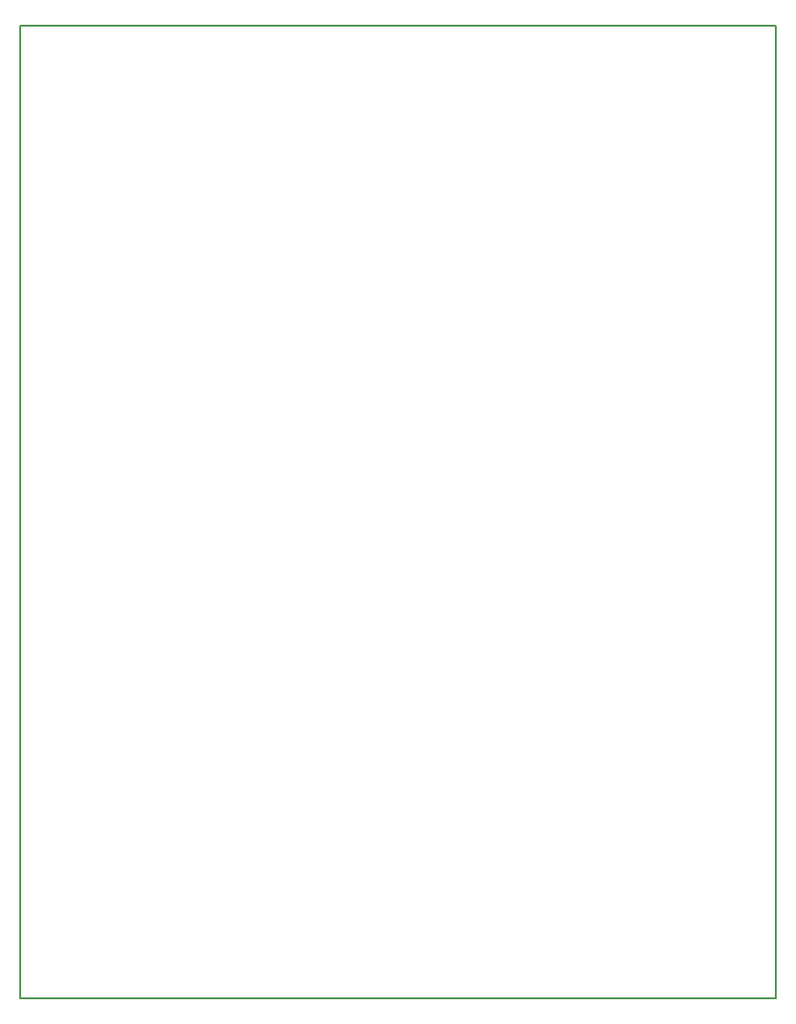
<source format=gm1>
G04 MADE WITH FRITZING*
G04 WWW.FRITZING.ORG*
G04 DOUBLE SIDED*
G04 HOLES PLATED*
G04 CONTOUR ON CENTER OF CONTOUR VECTOR*
%ASAXBY*%
%FSLAX23Y23*%
%MOIN*%
%OFA0B0*%
%SFA1.0B1.0*%
%ADD10R,2.755910X3.543310*%
%ADD11C,0.008000*%
%ADD10C,0.008*%
%LNCONTOUR*%
G90*
G70*
G54D10*
G54D11*
X4Y3539D02*
X2752Y3539D01*
X2752Y4D01*
X4Y4D01*
X4Y3539D01*
D02*
G04 End of contour*
M02*
</source>
